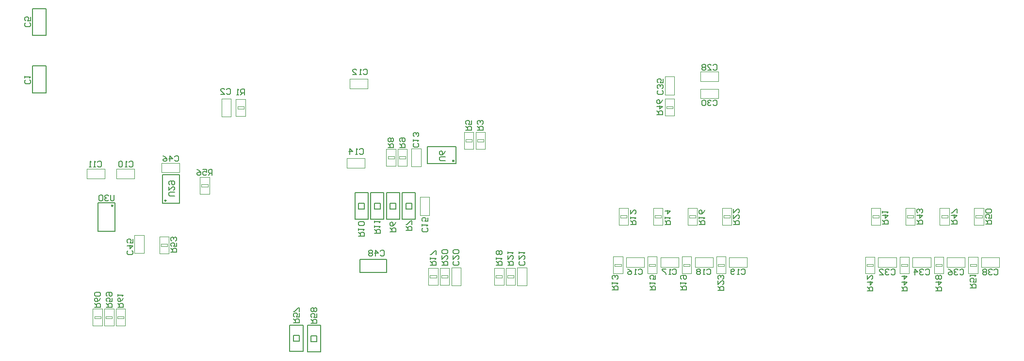
<source format=gbo>
G04 Layer_Color=32896*
%FSLAX42Y42*%
%MOMM*%
G71*
G01*
G75*
%ADD32C,0.25*%
%ADD67C,0.20*%
%ADD68C,0.10*%
D32*
X1535Y2440D02*
G03*
X1535Y2440I-12J0D01*
G01*
X2463Y2530D02*
G03*
X2463Y2530I-12J0D01*
G01*
X7488Y3225D02*
G03*
X7488Y3225I-12J0D01*
G01*
D67*
X5850Y1502D02*
X6315D01*
X5850Y1273D02*
X6315D01*
X5850D02*
Y1502D01*
X6315Y1273D02*
Y1502D01*
X1273Y1990D02*
X1573D01*
X1273Y2490D02*
X1573D01*
X1273Y1990D02*
Y2490D01*
X1573Y1990D02*
Y2490D01*
X2400Y2980D02*
X2700D01*
X2400Y2480D02*
X2700D01*
Y2980D01*
X2400Y2480D02*
Y2980D01*
X7025Y3175D02*
Y3475D01*
X7525Y3175D02*
Y3475D01*
X7025Y3475D02*
X7525Y3475D01*
X7025Y3175D02*
X7525Y3175D01*
X4994Y166D02*
X5096D01*
Y64D02*
Y166D01*
X4994Y64D02*
X5096D01*
X4994D02*
Y166D01*
X4930Y347D02*
X5160D01*
X4930Y-117D02*
X5160D01*
Y347D01*
X4930Y-117D02*
Y347D01*
X4687Y171D02*
X4788D01*
Y69D02*
Y171D01*
X4687Y69D02*
X4788D01*
X4687D02*
Y171D01*
X4622Y353D02*
X4853D01*
X4622Y-112D02*
X4853D01*
Y353D01*
X4622Y-112D02*
Y353D01*
X6099Y2483D02*
X6201D01*
Y2382D02*
Y2483D01*
X6099Y2382D02*
X6201D01*
X6099D02*
Y2483D01*
X6035Y2665D02*
X6265D01*
X6035Y2200D02*
X6265D01*
Y2665D01*
X6035Y2200D02*
Y2665D01*
X5824Y2483D02*
X5926D01*
Y2382D02*
Y2483D01*
X5824Y2382D02*
X5926D01*
X5824D02*
Y2483D01*
X5760Y2665D02*
X5990D01*
X5760Y2200D02*
X5990D01*
Y2665D01*
X5760Y2200D02*
Y2665D01*
X6649Y2483D02*
X6751D01*
Y2382D02*
Y2483D01*
X6649Y2382D02*
X6751D01*
X6649D02*
Y2483D01*
X6585Y2665D02*
X6815D01*
X6585Y2200D02*
X6815D01*
Y2665D01*
X6585Y2200D02*
Y2665D01*
X6374Y2483D02*
X6476D01*
Y2382D02*
Y2483D01*
X6374Y2382D02*
X6476D01*
X6374D02*
Y2483D01*
X6310Y2665D02*
X6540D01*
X6310Y2200D02*
X6540D01*
Y2665D01*
X6310Y2200D02*
Y2665D01*
X365Y5417D02*
Y5883D01*
X135Y5417D02*
Y5883D01*
X365D01*
X135Y5417D02*
X365D01*
Y4417D02*
Y4883D01*
X135Y4417D02*
Y4883D01*
X365D01*
X135Y4417D02*
X365D01*
X5904Y4815D02*
X5920Y4832D01*
X5954D01*
X5970Y4815D01*
Y4748D01*
X5954Y4732D01*
X5920D01*
X5904Y4748D01*
X5870Y4732D02*
X5837D01*
X5854D01*
Y4832D01*
X5870Y4815D01*
X5720Y4732D02*
X5787D01*
X5720Y4798D01*
Y4815D01*
X5737Y4832D01*
X5770D01*
X5787Y4815D01*
X6201Y1643D02*
X6218Y1660D01*
X6251D01*
X6267Y1643D01*
Y1577D01*
X6251Y1560D01*
X6218D01*
X6201Y1577D01*
X6118Y1560D02*
Y1660D01*
X6168Y1610D01*
X6101D01*
X6068Y1643D02*
X6051Y1660D01*
X6018D01*
X6001Y1643D01*
Y1627D01*
X6018Y1610D01*
X6001Y1593D01*
Y1577D01*
X6018Y1560D01*
X6051D01*
X6068Y1577D01*
Y1593D01*
X6051Y1610D01*
X6068Y1627D01*
Y1643D01*
X6051Y1610D02*
X6018D01*
X1557Y2627D02*
Y2544D01*
X1541Y2527D01*
X1508D01*
X1491Y2544D01*
Y2627D01*
X1458Y2611D02*
X1441Y2627D01*
X1408D01*
X1391Y2611D01*
Y2594D01*
X1408Y2577D01*
X1424D01*
X1408D01*
X1391Y2561D01*
Y2544D01*
X1408Y2527D01*
X1441D01*
X1458Y2544D01*
X1358Y2611D02*
X1341Y2627D01*
X1308D01*
X1291Y2611D01*
Y2544D01*
X1308Y2527D01*
X1341D01*
X1358Y2544D01*
Y2611D01*
X2610Y2608D02*
X2527D01*
X2510Y2624D01*
Y2657D01*
X2527Y2674D01*
X2610D01*
X2510Y2774D02*
Y2707D01*
X2577Y2774D01*
X2593D01*
X2610Y2757D01*
Y2724D01*
X2593Y2707D01*
X2527Y2807D02*
X2510Y2824D01*
Y2857D01*
X2527Y2874D01*
X2593D01*
X2610Y2857D01*
Y2824D01*
X2593Y2807D01*
X2577D01*
X2560Y2824D01*
Y2874D01*
X7337Y3227D02*
X7254D01*
X7238Y3244D01*
Y3277D01*
X7254Y3294D01*
X7337D01*
Y3394D02*
X7321Y3361D01*
X7287Y3327D01*
X7254D01*
X7238Y3344D01*
Y3377D01*
X7254Y3394D01*
X7271D01*
X7287Y3377D01*
Y3327D01*
X1618Y660D02*
X1717D01*
Y710D01*
X1701Y727D01*
X1667D01*
X1651Y710D01*
Y660D01*
Y693D02*
X1618Y727D01*
X1717Y827D02*
X1701Y793D01*
X1667Y760D01*
X1634D01*
X1618Y777D01*
Y810D01*
X1634Y827D01*
X1651D01*
X1667Y810D01*
Y760D01*
X1618Y860D02*
Y893D01*
Y877D01*
X1717D01*
X1701Y860D01*
X1218Y660D02*
X1317D01*
Y710D01*
X1301Y727D01*
X1267D01*
X1251Y710D01*
Y660D01*
Y693D02*
X1218Y727D01*
X1317Y827D02*
X1301Y793D01*
X1267Y760D01*
X1234D01*
X1218Y777D01*
Y810D01*
X1234Y827D01*
X1251D01*
X1267Y810D01*
Y760D01*
X1301Y860D02*
X1317Y877D01*
Y910D01*
X1301Y927D01*
X1234D01*
X1218Y910D01*
Y877D01*
X1234Y860D01*
X1301D01*
X1418Y660D02*
X1517D01*
Y710D01*
X1501Y727D01*
X1467D01*
X1451Y710D01*
Y660D01*
Y693D02*
X1418Y727D01*
X1517Y827D02*
Y760D01*
X1467D01*
X1484Y793D01*
Y810D01*
X1467Y827D01*
X1434D01*
X1418Y810D01*
Y777D01*
X1434Y760D01*
Y860D02*
X1418Y877D01*
Y910D01*
X1434Y927D01*
X1501D01*
X1517Y910D01*
Y877D01*
X1501Y860D01*
X1484D01*
X1467Y877D01*
Y927D01*
X4995Y385D02*
X5095D01*
Y435D01*
X5078Y452D01*
X5045D01*
X5028Y435D01*
Y385D01*
Y418D02*
X4995Y452D01*
X5095Y552D02*
Y485D01*
X5045D01*
X5062Y518D01*
Y535D01*
X5045Y552D01*
X5012D01*
X4995Y535D01*
Y502D01*
X5012Y485D01*
X5078Y585D02*
X5095Y602D01*
Y635D01*
X5078Y652D01*
X5062D01*
X5045Y635D01*
X5028Y652D01*
X5012D01*
X4995Y635D01*
Y602D01*
X5012Y585D01*
X5028D01*
X5045Y602D01*
X5062Y585D01*
X5078D01*
X5045Y602D02*
Y635D01*
X4688Y390D02*
X4787D01*
Y440D01*
X4771Y457D01*
X4737D01*
X4721Y440D01*
Y390D01*
Y423D02*
X4688Y457D01*
X4787Y557D02*
Y490D01*
X4737D01*
X4754Y523D01*
Y540D01*
X4737Y557D01*
X4704D01*
X4688Y540D01*
Y507D01*
X4704Y490D01*
X4787Y590D02*
Y657D01*
X4771D01*
X4704Y590D01*
X4688D01*
X3268Y2975D02*
Y3075D01*
X3218D01*
X3201Y3058D01*
Y3025D01*
X3218Y3008D01*
X3268D01*
X3234D02*
X3201Y2975D01*
X3101Y3075D02*
X3168D01*
Y3025D01*
X3134Y3042D01*
X3118D01*
X3101Y3025D01*
Y2992D01*
X3118Y2975D01*
X3151D01*
X3168Y2992D01*
X3001Y3075D02*
X3034Y3058D01*
X3068Y3025D01*
Y2992D01*
X3051Y2975D01*
X3018D01*
X3001Y2992D01*
Y3008D01*
X3018Y3025D01*
X3068D01*
X2543Y1625D02*
X2642D01*
Y1675D01*
X2626Y1692D01*
X2592D01*
X2576Y1675D01*
Y1625D01*
Y1658D02*
X2543Y1692D01*
X2642Y1792D02*
Y1725D01*
X2592D01*
X2609Y1758D01*
Y1775D01*
X2592Y1792D01*
X2559D01*
X2543Y1775D01*
Y1742D01*
X2559Y1725D01*
X2626Y1825D02*
X2642Y1842D01*
Y1875D01*
X2626Y1892D01*
X2609D01*
X2592Y1875D01*
Y1858D01*
Y1875D01*
X2576Y1892D01*
X2559D01*
X2543Y1875D01*
Y1842D01*
X2559Y1825D01*
X16500Y1000D02*
X16600D01*
Y1050D01*
X16583Y1067D01*
X16550D01*
X16533Y1050D01*
Y1000D01*
Y1033D02*
X16500Y1067D01*
X16600Y1167D02*
Y1100D01*
X16550D01*
X16567Y1133D01*
Y1150D01*
X16550Y1167D01*
X16517D01*
X16500Y1150D01*
Y1117D01*
X16517Y1100D01*
X16500Y1200D02*
Y1233D01*
Y1217D01*
X16600D01*
X16583Y1200D01*
X16768Y2117D02*
X16867D01*
Y2167D01*
X16851Y2184D01*
X16817D01*
X16801Y2167D01*
Y2117D01*
Y2151D02*
X16768Y2184D01*
X16867Y2284D02*
Y2217D01*
X16817D01*
X16834Y2251D01*
Y2267D01*
X16817Y2284D01*
X16784D01*
X16768Y2267D01*
Y2234D01*
X16784Y2217D01*
X16851Y2317D02*
X16867Y2334D01*
Y2367D01*
X16851Y2384D01*
X16784D01*
X16768Y2367D01*
Y2334D01*
X16784Y2317D01*
X16851D01*
X15900Y950D02*
X16000D01*
Y1000D01*
X15983Y1017D01*
X15950D01*
X15933Y1000D01*
Y950D01*
Y983D02*
X15900Y1017D01*
Y1100D02*
X16000D01*
X15950Y1050D01*
Y1117D01*
X15983Y1150D02*
X16000Y1167D01*
Y1200D01*
X15983Y1217D01*
X15967D01*
X15950Y1200D01*
X15933Y1217D01*
X15917D01*
X15900Y1200D01*
Y1167D01*
X15917Y1150D01*
X15933D01*
X15950Y1167D01*
X15967Y1150D01*
X15983D01*
X15950Y1167D02*
Y1200D01*
X16168Y2117D02*
X16267D01*
Y2167D01*
X16251Y2184D01*
X16217D01*
X16201Y2167D01*
Y2117D01*
Y2151D02*
X16168Y2184D01*
Y2267D02*
X16267D01*
X16217Y2217D01*
Y2284D01*
X16267Y2317D02*
Y2384D01*
X16251D01*
X16184Y2317D01*
X16168D01*
X11030Y4030D02*
X11130D01*
Y4080D01*
X11113Y4097D01*
X11080D01*
X11063Y4080D01*
Y4030D01*
Y4063D02*
X11030Y4097D01*
Y4180D02*
X11130D01*
X11080Y4130D01*
Y4197D01*
X11130Y4297D02*
X11113Y4263D01*
X11080Y4230D01*
X11047D01*
X11030Y4247D01*
Y4280D01*
X11047Y4297D01*
X11063D01*
X11080Y4280D01*
Y4230D01*
X15300Y950D02*
X15400D01*
Y1000D01*
X15383Y1017D01*
X15350D01*
X15333Y1000D01*
Y950D01*
Y983D02*
X15300Y1017D01*
Y1100D02*
X15400D01*
X15350Y1050D01*
Y1117D01*
X15300Y1200D02*
X15400D01*
X15350Y1150D01*
Y1217D01*
X15568Y2117D02*
X15667D01*
Y2167D01*
X15651Y2184D01*
X15617D01*
X15601Y2167D01*
Y2117D01*
Y2151D02*
X15568Y2184D01*
Y2267D02*
X15667D01*
X15617Y2217D01*
Y2284D01*
X15651Y2317D02*
X15667Y2334D01*
Y2367D01*
X15651Y2384D01*
X15634D01*
X15617Y2367D01*
Y2351D01*
Y2367D01*
X15601Y2384D01*
X15584D01*
X15568Y2367D01*
Y2334D01*
X15584Y2317D01*
X14700Y950D02*
X14800D01*
Y1000D01*
X14783Y1017D01*
X14750D01*
X14733Y1000D01*
Y950D01*
Y983D02*
X14700Y1017D01*
Y1100D02*
X14800D01*
X14750Y1050D01*
Y1117D01*
X14700Y1217D02*
Y1150D01*
X14767Y1217D01*
X14783D01*
X14800Y1200D01*
Y1167D01*
X14783Y1150D01*
X14968Y2117D02*
X15067D01*
Y2167D01*
X15051Y2184D01*
X15017D01*
X15001Y2167D01*
Y2117D01*
Y2151D02*
X14968Y2184D01*
Y2267D02*
X15067D01*
X15017Y2217D01*
Y2284D01*
X14968Y2317D02*
Y2351D01*
Y2334D01*
X15067D01*
X15051Y2317D01*
X12097Y957D02*
X12197D01*
Y1007D01*
X12181Y1024D01*
X12147D01*
X12131Y1007D01*
Y957D01*
Y991D02*
X12097Y1024D01*
Y1124D02*
Y1057D01*
X12164Y1124D01*
X12181D01*
X12197Y1107D01*
Y1074D01*
X12181Y1057D01*
Y1157D02*
X12197Y1174D01*
Y1207D01*
X12181Y1224D01*
X12164D01*
X12147Y1207D01*
Y1191D01*
Y1207D01*
X12131Y1224D01*
X12114D01*
X12097Y1207D01*
Y1174D01*
X12114Y1157D01*
X12368Y2112D02*
X12467D01*
Y2162D01*
X12451Y2179D01*
X12417D01*
X12401Y2162D01*
Y2112D01*
Y2146D02*
X12368Y2179D01*
Y2279D02*
Y2212D01*
X12434Y2279D01*
X12451D01*
X12467Y2262D01*
Y2229D01*
X12451Y2212D01*
X12368Y2379D02*
Y2312D01*
X12434Y2379D01*
X12451D01*
X12467Y2362D01*
Y2329D01*
X12451Y2312D01*
X8425Y1400D02*
X8525D01*
Y1450D01*
X8508Y1467D01*
X8475D01*
X8458Y1450D01*
Y1400D01*
Y1433D02*
X8425Y1467D01*
Y1567D02*
Y1500D01*
X8492Y1567D01*
X8508D01*
X8525Y1550D01*
Y1517D01*
X8508Y1500D01*
X8425Y1600D02*
Y1633D01*
Y1617D01*
X8525D01*
X8508Y1600D01*
X7275Y1400D02*
X7375D01*
Y1450D01*
X7358Y1467D01*
X7325D01*
X7308Y1450D01*
Y1400D01*
Y1433D02*
X7275Y1467D01*
Y1567D02*
Y1500D01*
X7342Y1567D01*
X7358D01*
X7375Y1550D01*
Y1517D01*
X7358Y1500D01*
Y1600D02*
X7375Y1617D01*
Y1650D01*
X7358Y1667D01*
X7292D01*
X7275Y1650D01*
Y1617D01*
X7292Y1600D01*
X7358D01*
X11447Y970D02*
X11547D01*
Y1020D01*
X11531Y1037D01*
X11497D01*
X11481Y1020D01*
Y970D01*
Y1003D02*
X11447Y1037D01*
Y1070D02*
Y1103D01*
Y1087D01*
X11547D01*
X11531Y1070D01*
X11464Y1153D02*
X11447Y1170D01*
Y1203D01*
X11464Y1220D01*
X11531D01*
X11547Y1203D01*
Y1170D01*
X11531Y1153D01*
X11514D01*
X11497Y1170D01*
Y1220D01*
X8225Y1400D02*
X8325D01*
Y1450D01*
X8308Y1467D01*
X8275D01*
X8258Y1450D01*
Y1400D01*
Y1433D02*
X8225Y1467D01*
Y1500D02*
Y1533D01*
Y1517D01*
X8325D01*
X8308Y1500D01*
Y1583D02*
X8325Y1600D01*
Y1633D01*
X8308Y1650D01*
X8292D01*
X8275Y1633D01*
X8258Y1650D01*
X8242D01*
X8225Y1633D01*
Y1600D01*
X8242Y1583D01*
X8258D01*
X8275Y1600D01*
X8292Y1583D01*
X8308D01*
X8275Y1600D02*
Y1633D01*
X7075Y1400D02*
X7175D01*
Y1450D01*
X7158Y1467D01*
X7125D01*
X7108Y1450D01*
Y1400D01*
Y1433D02*
X7075Y1467D01*
Y1500D02*
Y1533D01*
Y1517D01*
X7175D01*
X7158Y1500D01*
X7175Y1583D02*
Y1650D01*
X7158D01*
X7092Y1583D01*
X7075D01*
X11768Y2112D02*
X11867D01*
Y2162D01*
X11851Y2179D01*
X11817D01*
X11801Y2162D01*
Y2112D01*
Y2146D02*
X11768Y2179D01*
Y2212D02*
Y2246D01*
Y2229D01*
X11867D01*
X11851Y2212D01*
X11867Y2362D02*
X11851Y2329D01*
X11817Y2296D01*
X11784D01*
X11768Y2312D01*
Y2346D01*
X11784Y2362D01*
X11801D01*
X11817Y2346D01*
Y2296D01*
X10907Y968D02*
X11007D01*
Y1017D01*
X10991Y1034D01*
X10957D01*
X10941Y1017D01*
Y968D01*
Y1001D02*
X10907Y1034D01*
Y1067D02*
Y1101D01*
Y1084D01*
X11007D01*
X10991Y1067D01*
X11007Y1217D02*
Y1151D01*
X10957D01*
X10974Y1184D01*
Y1201D01*
X10957Y1217D01*
X10924D01*
X10907Y1201D01*
Y1167D01*
X10924Y1151D01*
X11168Y2112D02*
X11267D01*
Y2162D01*
X11251Y2179D01*
X11217D01*
X11201Y2162D01*
Y2112D01*
Y2146D02*
X11168Y2179D01*
Y2212D02*
Y2246D01*
Y2229D01*
X11267D01*
X11251Y2212D01*
X11168Y2346D02*
X11267D01*
X11217Y2296D01*
Y2362D01*
X10250Y970D02*
X10350D01*
Y1020D01*
X10333Y1037D01*
X10300D01*
X10283Y1020D01*
Y970D01*
Y1003D02*
X10250Y1037D01*
Y1070D02*
Y1103D01*
Y1087D01*
X10350D01*
X10333Y1070D01*
Y1153D02*
X10350Y1170D01*
Y1203D01*
X10333Y1220D01*
X10317D01*
X10300Y1203D01*
Y1187D01*
Y1203D01*
X10283Y1220D01*
X10267D01*
X10250Y1203D01*
Y1170D01*
X10267Y1153D01*
X10568Y2112D02*
X10667D01*
Y2162D01*
X10651Y2179D01*
X10617D01*
X10601Y2162D01*
Y2112D01*
Y2146D02*
X10568Y2179D01*
Y2212D02*
Y2246D01*
Y2229D01*
X10667D01*
X10651Y2212D01*
X10568Y2362D02*
Y2296D01*
X10634Y2362D01*
X10651D01*
X10667Y2346D01*
Y2312D01*
X10651Y2296D01*
X6100Y1958D02*
X6200D01*
Y2007D01*
X6183Y2024D01*
X6150D01*
X6133Y2007D01*
Y1958D01*
Y1991D02*
X6100Y2024D01*
Y2057D02*
Y2091D01*
Y2074D01*
X6200D01*
X6183Y2057D01*
X6100Y2141D02*
Y2174D01*
Y2157D01*
X6200D01*
X6183Y2141D01*
X5825Y1908D02*
X5925D01*
Y1957D01*
X5908Y1974D01*
X5875D01*
X5858Y1957D01*
Y1908D01*
Y1941D02*
X5825Y1974D01*
Y2007D02*
Y2041D01*
Y2024D01*
X5925D01*
X5908Y2007D01*
Y2091D02*
X5925Y2107D01*
Y2141D01*
X5908Y2157D01*
X5842D01*
X5825Y2141D01*
Y2107D01*
X5842Y2091D01*
X5908D01*
X6538Y3458D02*
X6637D01*
Y3507D01*
X6621Y3524D01*
X6587D01*
X6571Y3507D01*
Y3458D01*
Y3491D02*
X6538Y3524D01*
X6554Y3557D02*
X6538Y3574D01*
Y3607D01*
X6554Y3624D01*
X6621D01*
X6637Y3607D01*
Y3574D01*
X6621Y3557D01*
X6604D01*
X6587Y3574D01*
Y3624D01*
X6335Y3455D02*
X6435D01*
Y3505D01*
X6418Y3522D01*
X6385D01*
X6368Y3505D01*
Y3455D01*
Y3488D02*
X6335Y3522D01*
X6418Y3555D02*
X6435Y3572D01*
Y3605D01*
X6418Y3622D01*
X6402D01*
X6385Y3605D01*
X6368Y3622D01*
X6352D01*
X6335Y3605D01*
Y3572D01*
X6352Y3555D01*
X6368D01*
X6385Y3572D01*
X6402Y3555D01*
X6418D01*
X6385Y3572D02*
Y3605D01*
X6650Y2008D02*
X6750D01*
Y2057D01*
X6733Y2074D01*
X6700D01*
X6683Y2057D01*
Y2008D01*
Y2041D02*
X6650Y2074D01*
X6750Y2107D02*
Y2174D01*
X6733D01*
X6667Y2107D01*
X6650D01*
X6375Y1983D02*
X6475D01*
Y2032D01*
X6458Y2049D01*
X6425D01*
X6408Y2032D01*
Y1983D01*
Y2016D02*
X6375Y2049D01*
X6475Y2149D02*
X6458Y2116D01*
X6425Y2082D01*
X6392D01*
X6375Y2099D01*
Y2132D01*
X6392Y2149D01*
X6408D01*
X6425Y2132D01*
Y2082D01*
X7695Y3765D02*
X7795D01*
Y3815D01*
X7778Y3832D01*
X7745D01*
X7728Y3815D01*
Y3765D01*
Y3798D02*
X7695Y3832D01*
X7795Y3932D02*
Y3865D01*
X7745D01*
X7762Y3898D01*
Y3915D01*
X7745Y3932D01*
X7712D01*
X7695Y3915D01*
Y3882D01*
X7712Y3865D01*
X7895Y3765D02*
X7995D01*
Y3815D01*
X7978Y3832D01*
X7945D01*
X7928Y3815D01*
Y3765D01*
Y3798D02*
X7895Y3832D01*
X7978Y3865D02*
X7995Y3882D01*
Y3915D01*
X7978Y3932D01*
X7962D01*
X7945Y3915D01*
Y3898D01*
Y3915D01*
X7928Y3932D01*
X7912D01*
X7895Y3915D01*
Y3882D01*
X7912Y3865D01*
X3833Y4378D02*
Y4478D01*
X3783D01*
X3766Y4462D01*
Y4428D01*
X3783Y4412D01*
X3833D01*
X3799D02*
X3766Y4378D01*
X3733D02*
X3699D01*
X3716D01*
Y4478D01*
X3733Y4462D01*
X2613Y3298D02*
X2630Y3315D01*
X2663D01*
X2680Y3298D01*
Y3232D01*
X2663Y3215D01*
X2630D01*
X2613Y3232D01*
X2530Y3215D02*
Y3315D01*
X2580Y3265D01*
X2513D01*
X2413Y3315D02*
X2447Y3298D01*
X2480Y3265D01*
Y3232D01*
X2463Y3215D01*
X2430D01*
X2413Y3232D01*
Y3248D01*
X2430Y3265D01*
X2480D01*
X1868Y1652D02*
X1885Y1635D01*
Y1602D01*
X1868Y1585D01*
X1802D01*
X1785Y1602D01*
Y1635D01*
X1802Y1652D01*
X1785Y1735D02*
X1885D01*
X1835Y1685D01*
Y1752D01*
X1885Y1852D02*
Y1785D01*
X1835D01*
X1852Y1818D01*
Y1835D01*
X1835Y1852D01*
X1802D01*
X1785Y1835D01*
Y1802D01*
X1802Y1785D01*
X16916Y1316D02*
X16933Y1332D01*
X16966D01*
X16983Y1316D01*
Y1249D01*
X16966Y1232D01*
X16933D01*
X16916Y1249D01*
X16883Y1316D02*
X16866Y1332D01*
X16833D01*
X16816Y1316D01*
Y1299D01*
X16833Y1282D01*
X16849D01*
X16833D01*
X16816Y1266D01*
Y1249D01*
X16833Y1232D01*
X16866D01*
X16883Y1249D01*
X16783Y1316D02*
X16766Y1332D01*
X16733D01*
X16716Y1316D01*
Y1299D01*
X16733Y1282D01*
X16716Y1266D01*
Y1249D01*
X16733Y1232D01*
X16766D01*
X16783Y1249D01*
Y1266D01*
X16766Y1282D01*
X16783Y1299D01*
Y1316D01*
X16766Y1282D02*
X16733D01*
X16316Y1316D02*
X16333Y1332D01*
X16366D01*
X16383Y1316D01*
Y1249D01*
X16366Y1232D01*
X16333D01*
X16316Y1249D01*
X16283Y1316D02*
X16266Y1332D01*
X16233D01*
X16216Y1316D01*
Y1299D01*
X16233Y1282D01*
X16249D01*
X16233D01*
X16216Y1266D01*
Y1249D01*
X16233Y1232D01*
X16266D01*
X16283Y1249D01*
X16116Y1332D02*
X16149Y1316D01*
X16183Y1282D01*
Y1249D01*
X16166Y1232D01*
X16133D01*
X16116Y1249D01*
Y1266D01*
X16133Y1282D01*
X16183D01*
X11123Y4457D02*
X11140Y4440D01*
Y4407D01*
X11123Y4390D01*
X11057D01*
X11040Y4407D01*
Y4440D01*
X11057Y4457D01*
X11123Y4490D02*
X11140Y4507D01*
Y4540D01*
X11123Y4557D01*
X11107D01*
X11090Y4540D01*
Y4523D01*
Y4540D01*
X11073Y4557D01*
X11057D01*
X11040Y4540D01*
Y4507D01*
X11057Y4490D01*
X11140Y4657D02*
Y4590D01*
X11090D01*
X11107Y4623D01*
Y4640D01*
X11090Y4657D01*
X11057D01*
X11040Y4640D01*
Y4607D01*
X11057Y4590D01*
X15716Y1316D02*
X15733Y1332D01*
X15766D01*
X15783Y1316D01*
Y1249D01*
X15766Y1232D01*
X15733D01*
X15716Y1249D01*
X15683Y1316D02*
X15666Y1332D01*
X15633D01*
X15616Y1316D01*
Y1299D01*
X15633Y1282D01*
X15649D01*
X15633D01*
X15616Y1266D01*
Y1249D01*
X15633Y1232D01*
X15666D01*
X15683Y1249D01*
X15533Y1232D02*
Y1332D01*
X15583Y1282D01*
X15516D01*
X15116Y1316D02*
X15133Y1332D01*
X15166D01*
X15183Y1316D01*
Y1249D01*
X15166Y1232D01*
X15133D01*
X15116Y1249D01*
X15083Y1316D02*
X15066Y1332D01*
X15033D01*
X15016Y1316D01*
Y1299D01*
X15033Y1282D01*
X15049D01*
X15033D01*
X15016Y1266D01*
Y1249D01*
X15033Y1232D01*
X15066D01*
X15083Y1249D01*
X14916Y1232D02*
X14983D01*
X14916Y1299D01*
Y1316D01*
X14933Y1332D01*
X14966D01*
X14983Y1316D01*
X12013Y4273D02*
X12030Y4290D01*
X12063D01*
X12080Y4273D01*
Y4207D01*
X12063Y4190D01*
X12030D01*
X12013Y4207D01*
X11980Y4273D02*
X11963Y4290D01*
X11930D01*
X11913Y4273D01*
Y4257D01*
X11930Y4240D01*
X11947D01*
X11930D01*
X11913Y4223D01*
Y4207D01*
X11930Y4190D01*
X11963D01*
X11980Y4207D01*
X11880Y4273D02*
X11863Y4290D01*
X11830D01*
X11813Y4273D01*
Y4207D01*
X11830Y4190D01*
X11863D01*
X11880Y4207D01*
Y4273D01*
X12013Y4893D02*
X12030Y4910D01*
X12063D01*
X12080Y4893D01*
Y4827D01*
X12063Y4810D01*
X12030D01*
X12013Y4827D01*
X11913Y4810D02*
X11980D01*
X11913Y4877D01*
Y4893D01*
X11930Y4910D01*
X11963D01*
X11980Y4893D01*
X11880D02*
X11863Y4910D01*
X11830D01*
X11813Y4893D01*
Y4877D01*
X11830Y4860D01*
X11813Y4843D01*
Y4827D01*
X11830Y4810D01*
X11863D01*
X11880Y4827D01*
Y4843D01*
X11863Y4860D01*
X11880Y4877D01*
Y4893D01*
X11863Y4860D02*
X11830D01*
X8708Y1467D02*
X8725Y1450D01*
Y1417D01*
X8708Y1400D01*
X8642D01*
X8625Y1417D01*
Y1450D01*
X8642Y1467D01*
X8625Y1567D02*
Y1500D01*
X8692Y1567D01*
X8708D01*
X8725Y1550D01*
Y1517D01*
X8708Y1500D01*
X8625Y1600D02*
Y1633D01*
Y1617D01*
X8725D01*
X8708Y1600D01*
X7558Y1467D02*
X7575Y1450D01*
Y1417D01*
X7558Y1400D01*
X7492D01*
X7475Y1417D01*
Y1450D01*
X7492Y1467D01*
X7475Y1567D02*
Y1500D01*
X7542Y1567D01*
X7558D01*
X7575Y1550D01*
Y1517D01*
X7558Y1500D01*
Y1600D02*
X7575Y1617D01*
Y1650D01*
X7558Y1667D01*
X7492D01*
X7475Y1650D01*
Y1617D01*
X7492Y1600D01*
X7558D01*
X12503Y1318D02*
X12520Y1335D01*
X12553D01*
X12570Y1318D01*
Y1252D01*
X12553Y1235D01*
X12520D01*
X12503Y1252D01*
X12470Y1235D02*
X12437D01*
X12453D01*
Y1335D01*
X12470Y1318D01*
X12387Y1252D02*
X12370Y1235D01*
X12337D01*
X12320Y1252D01*
Y1318D01*
X12337Y1335D01*
X12370D01*
X12387Y1318D01*
Y1302D01*
X12370Y1285D01*
X12320D01*
X11903Y1318D02*
X11920Y1335D01*
X11953D01*
X11970Y1318D01*
Y1252D01*
X11953Y1235D01*
X11920D01*
X11903Y1252D01*
X11870Y1235D02*
X11837D01*
X11853D01*
Y1335D01*
X11870Y1318D01*
X11787D02*
X11770Y1335D01*
X11737D01*
X11720Y1318D01*
Y1302D01*
X11737Y1285D01*
X11720Y1268D01*
Y1252D01*
X11737Y1235D01*
X11770D01*
X11787Y1252D01*
Y1268D01*
X11770Y1285D01*
X11787Y1302D01*
Y1318D01*
X11770Y1285D02*
X11737D01*
X11303Y1318D02*
X11320Y1335D01*
X11353D01*
X11370Y1318D01*
Y1252D01*
X11353Y1235D01*
X11320D01*
X11303Y1252D01*
X11270Y1235D02*
X11237D01*
X11253D01*
Y1335D01*
X11270Y1318D01*
X11187Y1335D02*
X11120D01*
Y1318D01*
X11187Y1252D01*
Y1235D01*
X10703Y1318D02*
X10720Y1335D01*
X10753D01*
X10770Y1318D01*
Y1252D01*
X10753Y1235D01*
X10720D01*
X10703Y1252D01*
X10670Y1235D02*
X10637D01*
X10653D01*
Y1335D01*
X10670Y1318D01*
X10520Y1335D02*
X10553Y1318D01*
X10587Y1285D01*
Y1252D01*
X10570Y1235D01*
X10537D01*
X10520Y1252D01*
Y1268D01*
X10537Y1285D01*
X10587D01*
X7013Y2049D02*
X7030Y2032D01*
Y1999D01*
X7013Y1983D01*
X6947D01*
X6930Y1999D01*
Y2032D01*
X6947Y2049D01*
X6930Y2082D02*
Y2116D01*
Y2099D01*
X7030D01*
X7013Y2082D01*
X7030Y2232D02*
Y2166D01*
X6980D01*
X6997Y2199D01*
Y2216D01*
X6980Y2232D01*
X6947D01*
X6930Y2216D01*
Y2182D01*
X6947Y2166D01*
X5838Y3423D02*
X5855Y3440D01*
X5888D01*
X5905Y3423D01*
Y3357D01*
X5888Y3340D01*
X5855D01*
X5838Y3357D01*
X5805Y3340D02*
X5772D01*
X5788D01*
Y3440D01*
X5805Y3423D01*
X5672Y3340D02*
Y3440D01*
X5722Y3390D01*
X5655D01*
X6858Y3532D02*
X6875Y3515D01*
Y3482D01*
X6858Y3465D01*
X6792D01*
X6775Y3482D01*
Y3515D01*
X6792Y3532D01*
X6775Y3565D02*
Y3598D01*
Y3582D01*
X6875D01*
X6858Y3565D01*
Y3648D02*
X6875Y3665D01*
Y3698D01*
X6858Y3715D01*
X6842D01*
X6825Y3698D01*
Y3682D01*
Y3698D01*
X6808Y3715D01*
X6792D01*
X6775Y3698D01*
Y3665D01*
X6792Y3648D01*
X1268Y3201D02*
X1285Y3217D01*
X1318D01*
X1335Y3201D01*
Y3134D01*
X1318Y3118D01*
X1285D01*
X1268Y3134D01*
X1235Y3118D02*
X1202D01*
X1218D01*
Y3217D01*
X1235Y3201D01*
X1152Y3118D02*
X1118D01*
X1135D01*
Y3217D01*
X1152Y3201D01*
X1818Y3201D02*
X1835Y3217D01*
X1868D01*
X1885Y3201D01*
Y3134D01*
X1868Y3118D01*
X1835D01*
X1818Y3134D01*
X1785Y3118D02*
X1752D01*
X1768D01*
Y3217D01*
X1785Y3201D01*
X1702D02*
X1685Y3217D01*
X1652D01*
X1635Y3201D01*
Y3134D01*
X1652Y3118D01*
X1685D01*
X1702Y3134D01*
Y3201D01*
X83Y5642D02*
X100Y5625D01*
Y5592D01*
X83Y5575D01*
X17D01*
X0Y5592D01*
Y5625D01*
X17Y5642D01*
X100Y5742D02*
Y5675D01*
X50D01*
X67Y5708D01*
Y5725D01*
X50Y5742D01*
X17D01*
X0Y5725D01*
Y5692D01*
X17Y5675D01*
X3516Y4472D02*
X3532Y4488D01*
X3566D01*
X3582Y4472D01*
Y4405D01*
X3566Y4388D01*
X3532D01*
X3516Y4405D01*
X3416Y4388D02*
X3482D01*
X3416Y4455D01*
Y4472D01*
X3432Y4488D01*
X3466D01*
X3482Y4472D01*
X83Y4642D02*
X100Y4625D01*
Y4592D01*
X83Y4575D01*
X17D01*
X0Y4592D01*
Y4625D01*
X17Y4642D01*
X0Y4675D02*
Y4708D01*
Y4692D01*
X100D01*
X83Y4675D01*
D68*
X5670Y4490D02*
Y4655D01*
X5985D01*
X5670Y4490D02*
X5985D01*
Y4655D01*
X5617Y3102D02*
Y3267D01*
X5933D01*
X5617Y3102D02*
X5933D01*
Y3267D01*
X11168Y4308D02*
X11332D01*
Y4012D02*
Y4308D01*
X11168Y4012D02*
Y4308D01*
Y4012D02*
X11332D01*
X11194Y4180D02*
X11306D01*
X11194Y4140D02*
Y4180D01*
Y4140D02*
X11306D01*
Y4180D01*
X11168Y4697D02*
X11332D01*
Y4383D02*
Y4697D01*
X11168Y4383D02*
Y4697D01*
Y4383D02*
X11332D01*
X1585Y633D02*
X1750D01*
Y338D02*
Y633D01*
X1585Y338D02*
Y633D01*
Y338D02*
X1750D01*
X1612Y505D02*
X1723D01*
X1612Y465D02*
Y505D01*
Y465D02*
X1723D01*
Y505D01*
X1185Y633D02*
X1350D01*
Y338D02*
Y633D01*
X1185Y338D02*
Y633D01*
Y338D02*
X1350D01*
X1212Y505D02*
X1323D01*
X1212Y465D02*
Y505D01*
Y465D02*
X1323D01*
Y505D01*
X1385Y633D02*
X1550D01*
Y338D02*
Y633D01*
X1385Y338D02*
Y633D01*
Y338D02*
X1550D01*
X1412Y505D02*
X1523D01*
X1412Y465D02*
Y505D01*
Y465D02*
X1523D01*
Y505D01*
X3055Y2938D02*
X3220D01*
Y2643D02*
Y2938D01*
X3055Y2643D02*
Y2938D01*
Y2643D02*
X3220D01*
X3082Y2810D02*
X3193D01*
X3082Y2770D02*
Y2810D01*
Y2770D02*
X3193D01*
Y2810D01*
X2348Y1600D02*
X2513D01*
X2348D02*
Y1895D01*
X2513Y1600D02*
Y1895D01*
X2348D02*
X2513D01*
X2374Y1727D02*
X2486D01*
Y1768D01*
X2374D02*
X2486D01*
X2374Y1727D02*
Y1768D01*
X16468Y1252D02*
X16633D01*
X16468Y1547D02*
X16468Y1252D01*
X16633D02*
X16633Y1547D01*
X16468Y1547D02*
X16633Y1547D01*
X16494Y1380D02*
X16606D01*
Y1420D01*
X16494D02*
X16606D01*
X16494Y1380D02*
Y1420D01*
X16568Y2397D02*
X16733Y2397D01*
X16733Y2102D01*
X16568Y2397D02*
X16568Y2102D01*
X16733Y2102D01*
X16594Y2270D02*
X16706D01*
X16594Y2230D02*
Y2270D01*
Y2230D02*
X16706D01*
Y2270D01*
X15868Y1252D02*
X16033Y1252D01*
X15868Y1252D02*
Y1547D01*
X16033Y1252D02*
X16033Y1547D01*
X15868D02*
X16033D01*
X15894Y1380D02*
X16006Y1380D01*
Y1420D01*
X15894D02*
X16006D01*
X15894Y1380D02*
X15894Y1420D01*
X15968Y2397D02*
X16133Y2397D01*
X16133Y2102D02*
X16133Y2397D01*
X15968Y2102D02*
X15968Y2397D01*
X15968Y2102D02*
X16133Y2102D01*
X15994Y2270D02*
X16106D01*
X15994Y2230D02*
Y2270D01*
Y2230D02*
X16106D01*
Y2270D01*
X15268Y1252D02*
X15433Y1252D01*
X15268Y1547D02*
X15268Y1252D01*
X15433Y1547D02*
X15433Y1252D01*
X15268Y1547D02*
X15433Y1547D01*
X15294Y1380D02*
X15406D01*
Y1420D01*
X15294D02*
X15406D01*
X15294D02*
X15294Y1380D01*
X15368Y2397D02*
X15533D01*
X15533Y2102D02*
X15533Y2397D01*
X15368Y2102D02*
X15368Y2397D01*
X15368Y2102D02*
X15533Y2102D01*
X15394Y2270D02*
X15506D01*
X15394Y2230D02*
Y2270D01*
Y2230D02*
X15506D01*
Y2270D01*
X14668Y1252D02*
X14833Y1252D01*
X14668Y1252D02*
Y1547D01*
X14833Y1252D02*
X14833Y1547D01*
X14668Y1547D02*
X14833Y1547D01*
X14694Y1380D02*
X14806D01*
X14806Y1420D01*
X14694D02*
X14806D01*
X14694Y1380D02*
X14694Y1420D01*
X14768Y2397D02*
X14933Y2397D01*
X14933Y2102D02*
X14933Y2397D01*
X14768Y2102D02*
Y2397D01*
Y2102D02*
X14933D01*
X14794Y2270D02*
X14906D01*
X14794Y2230D02*
Y2270D01*
Y2230D02*
X14906D01*
Y2270D01*
X12068Y1252D02*
X12232D01*
X12068D02*
X12068Y1548D01*
X12232Y1252D02*
Y1548D01*
X12068Y1548D02*
X12232Y1548D01*
X12094Y1380D02*
X12206D01*
Y1420D01*
X12094Y1420D02*
X12206Y1420D01*
X12094Y1380D02*
X12094Y1420D01*
X12168Y2398D02*
X12332Y2398D01*
Y2102D02*
Y2398D01*
X12168Y2102D02*
X12168Y2398D01*
X12168Y2102D02*
X12332D01*
X12194Y2270D02*
X12306D01*
X12194Y2230D02*
Y2270D01*
Y2230D02*
X12306D01*
Y2270D01*
X8393Y1053D02*
X8558D01*
X8393D02*
X8393Y1348D01*
X8558Y1053D02*
X8558Y1348D01*
X8393Y1348D02*
X8558Y1348D01*
X8419Y1180D02*
X8531D01*
Y1220D01*
X8419D02*
X8531D01*
X8419Y1180D02*
Y1220D01*
X7243Y1053D02*
X7408D01*
X7243D02*
Y1348D01*
X7408Y1053D02*
Y1348D01*
X7243D02*
X7408D01*
X7269Y1180D02*
X7381D01*
Y1220D01*
X7269D02*
X7381D01*
X7269Y1180D02*
Y1220D01*
X11468Y1252D02*
X11632Y1252D01*
X11468Y1252D02*
X11468Y1548D01*
X11632Y1252D02*
X11632Y1548D01*
X11468D02*
X11632D01*
X11494Y1380D02*
X11606D01*
Y1420D01*
X11494D02*
X11606D01*
X11494Y1380D02*
Y1420D01*
X8193Y1053D02*
X8358D01*
X8193D02*
X8193Y1348D01*
X8358Y1053D02*
Y1348D01*
X8193D02*
X8358D01*
X8219Y1180D02*
X8331D01*
Y1220D01*
X8219D02*
X8331D01*
X8219Y1180D02*
Y1220D01*
X7043Y1053D02*
X7208D01*
X7043D02*
X7043Y1348D01*
X7208Y1053D02*
Y1348D01*
X7043D02*
X7208D01*
X7069Y1180D02*
X7181D01*
Y1220D01*
X7069D02*
X7181D01*
X7069Y1180D02*
Y1220D01*
X11568Y2398D02*
X11732Y2398D01*
Y2102D02*
Y2398D01*
X11568Y2102D02*
X11568Y2398D01*
X11568Y2102D02*
X11732D01*
X11594Y2270D02*
X11706D01*
X11594Y2230D02*
Y2270D01*
Y2230D02*
X11706D01*
Y2270D01*
X10868Y1252D02*
X11032Y1252D01*
X10868Y1252D02*
Y1548D01*
X11032Y1252D02*
Y1548D01*
X10868D02*
X11032D01*
X10894Y1380D02*
X11006D01*
Y1420D01*
X10894D02*
X11006D01*
X10894Y1380D02*
Y1420D01*
X10968Y2398D02*
X11132D01*
X11132Y2102D01*
X10968Y2398D02*
X10968Y2102D01*
X11132Y2102D01*
X10994Y2270D02*
X11106D01*
X10994Y2230D02*
Y2270D01*
Y2230D02*
X11106D01*
Y2270D01*
X10268Y1252D02*
X10432D01*
X10268D02*
Y1548D01*
X10432Y1548D02*
X10432Y1252D01*
X10268Y1548D02*
X10432Y1548D01*
X10294Y1380D02*
X10406D01*
Y1420D01*
X10294D02*
X10406D01*
X10294Y1380D02*
Y1420D01*
X10368Y2398D02*
X10532Y2398D01*
X10532Y2102D01*
X10368Y2398D02*
X10368Y2102D01*
X10532D01*
X10394Y2270D02*
X10506D01*
X10394Y2230D02*
Y2270D01*
Y2230D02*
X10506D01*
Y2270D01*
X6507Y3427D02*
X6672Y3428D01*
Y3132D02*
Y3428D01*
X6507Y3132D02*
X6507Y3427D01*
X6507Y3132D02*
X6672D01*
X6534Y3300D02*
X6646D01*
X6534Y3260D02*
Y3300D01*
Y3260D02*
X6646D01*
Y3300D01*
X6307Y3427D02*
X6472Y3427D01*
X6472Y3132D02*
X6472Y3427D01*
X6307Y3427D02*
X6307Y3132D01*
X6472Y3132D01*
X6334Y3300D02*
X6446D01*
X6334D02*
X6334Y3260D01*
X6446Y3260D01*
Y3300D01*
X7665Y3728D02*
X7830Y3728D01*
Y3432D02*
Y3728D01*
X7665Y3728D02*
X7665Y3432D01*
X7830D01*
X7692Y3600D02*
X7803D01*
X7692Y3560D02*
X7692Y3600D01*
X7692Y3560D02*
X7803D01*
Y3600D01*
X7870Y3430D02*
X8035D01*
X7870D02*
X7870Y3725D01*
X8035D02*
X8035Y3430D01*
X7870Y3725D02*
X8035D01*
X7897Y3557D02*
X8008D01*
Y3598D01*
X7897D02*
X8008D01*
X7897Y3557D02*
Y3598D01*
X3683Y4007D02*
X3847D01*
X3683Y4302D02*
X3683Y4007D01*
X3847D02*
Y4302D01*
X3683Y4302D02*
X3847Y4302D01*
X3709Y4135D02*
X3821D01*
Y4175D01*
X3709D02*
X3821D01*
X3709Y4135D02*
Y4175D01*
X2383Y3023D02*
Y3188D01*
X2698D01*
X2383Y3023D02*
X2698D01*
Y3188D01*
X1913Y1925D02*
X2078D01*
Y1610D02*
Y1925D01*
X1913Y1610D02*
Y1925D01*
Y1610D02*
X2078D01*
X17008Y1367D02*
Y1532D01*
X16693Y1367D02*
X17008D01*
X16693Y1532D02*
X17008D01*
X16693Y1367D02*
Y1532D01*
X16408Y1367D02*
Y1532D01*
X16093Y1367D02*
X16408D01*
X16093Y1532D02*
X16408D01*
X16093Y1367D02*
Y1532D01*
X15808Y1367D02*
Y1532D01*
X15493Y1367D02*
X15808D01*
X15493Y1532D02*
X15808D01*
X15493Y1367D02*
Y1532D01*
X15208Y1367D02*
Y1532D01*
X14893Y1367D02*
X15208D01*
X14893Y1532D02*
X15208D01*
X14893Y1367D02*
Y1532D01*
X12107Y4317D02*
Y4483D01*
X11793Y4317D02*
X12107D01*
X11793Y4483D02*
X12107D01*
X11793Y4317D02*
Y4483D01*
X12107Y4617D02*
Y4783D01*
X11793Y4617D02*
X12107D01*
X11793Y4783D02*
X12107D01*
X11793Y4617D02*
Y4783D01*
X8593Y1043D02*
X8758D01*
X8593D02*
Y1358D01*
X8758Y1043D02*
Y1358D01*
X8593D02*
X8758D01*
X7443Y1043D02*
X7608D01*
X7443D02*
Y1358D01*
X7608Y1043D02*
Y1358D01*
X7443D02*
X7608D01*
X12607Y1368D02*
Y1532D01*
X12293Y1368D02*
X12607D01*
X12293Y1532D02*
X12607D01*
X12293Y1368D02*
Y1532D01*
X12007Y1368D02*
X12007Y1532D01*
X11693Y1368D02*
X12007D01*
X11693Y1532D02*
X12007Y1532D01*
X11693Y1368D02*
Y1532D01*
X11407Y1368D02*
Y1532D01*
X11093Y1368D02*
X11407D01*
X11093Y1532D02*
X11407D01*
X11093Y1368D02*
Y1532D01*
X10807Y1368D02*
Y1532D01*
X10493Y1368D02*
X10807D01*
X10493Y1532D02*
X10807D01*
X10493Y1368D02*
Y1532D01*
X6893Y2275D02*
X7057D01*
X6893D02*
Y2590D01*
X7057Y2275D02*
Y2590D01*
X6893D02*
X7057D01*
X6745Y3438D02*
X6910D01*
X6910Y3123D02*
X6910Y3438D01*
X6745Y3123D02*
Y3438D01*
Y3123D02*
X6910Y3123D01*
X1077Y2915D02*
Y3080D01*
X1392D01*
X1077Y2915D02*
X1392D01*
Y3080D01*
X1597Y2915D02*
Y3080D01*
X1912D01*
X1597Y2915D02*
X1912D01*
Y3080D01*
X3433Y4312D02*
X3598D01*
X3598Y3997D01*
X3433Y3997D02*
Y4312D01*
Y3997D02*
X3598Y3997D01*
M02*

</source>
